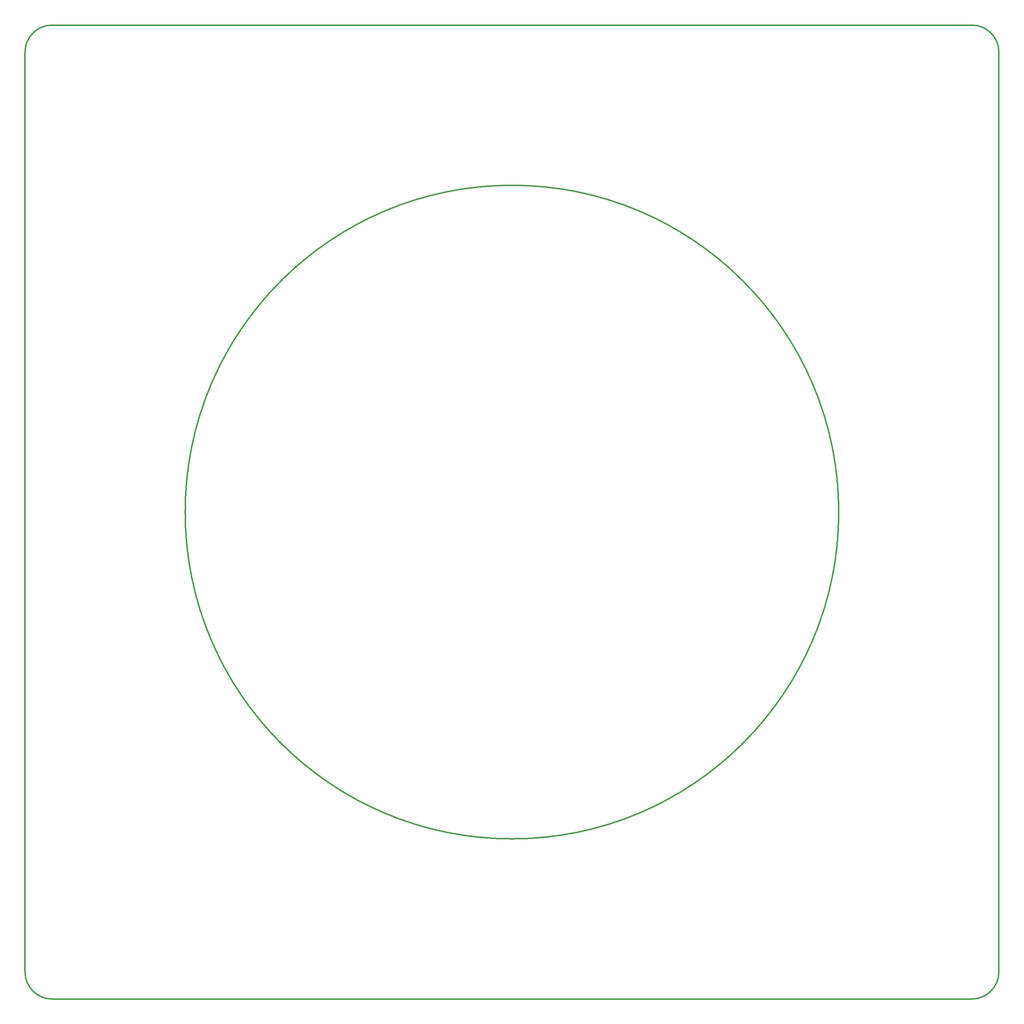
<source format=gm1>
%TF.GenerationSoftware,KiCad,Pcbnew,8.0.5*%
%TF.CreationDate,2024-10-09T12:00:16-04:00*%
%TF.ProjectId,ni_arena_12-12,6e695f61-7265-46e6-915f-31322d31322e,v0.1.1*%
%TF.SameCoordinates,Original*%
%TF.FileFunction,Profile,NP*%
%FSLAX46Y46*%
G04 Gerber Fmt 4.6, Leading zero omitted, Abs format (unit mm)*
G04 Created by KiCad (PCBNEW 8.0.5) date 2024-10-09 12:00:16*
%MOMM*%
%LPD*%
G01*
G04 APERTURE LIST*
%TA.AperFunction,Profile*%
%ADD10C,0.300000*%
%TD*%
G04 APERTURE END LIST*
D10*
X285750000Y-63500000D02*
G75*
G02*
X292100000Y-69850000I0J-6350000D01*
G01*
X69850000Y-292100000D02*
G75*
G02*
X63500000Y-285750000I0J6350000D01*
G01*
X69850000Y-292100000D02*
X285750000Y-292100000D01*
X285750000Y-63500000D02*
X69850000Y-63500000D01*
X292100000Y-285750000D02*
G75*
G02*
X285750000Y-292100000I-6350000J0D01*
G01*
X63500000Y-69850000D02*
G75*
G02*
X69850000Y-63500000I6350000J0D01*
G01*
X63500000Y-69850000D02*
X63500000Y-285750000D01*
X254508000Y-177800000D02*
G75*
G02*
X101092000Y-177800000I-76708000J0D01*
G01*
X101092000Y-177800000D02*
G75*
G02*
X254508000Y-177800000I76708000J0D01*
G01*
X292100000Y-285750000D02*
X292100000Y-69850000D01*
M02*

</source>
